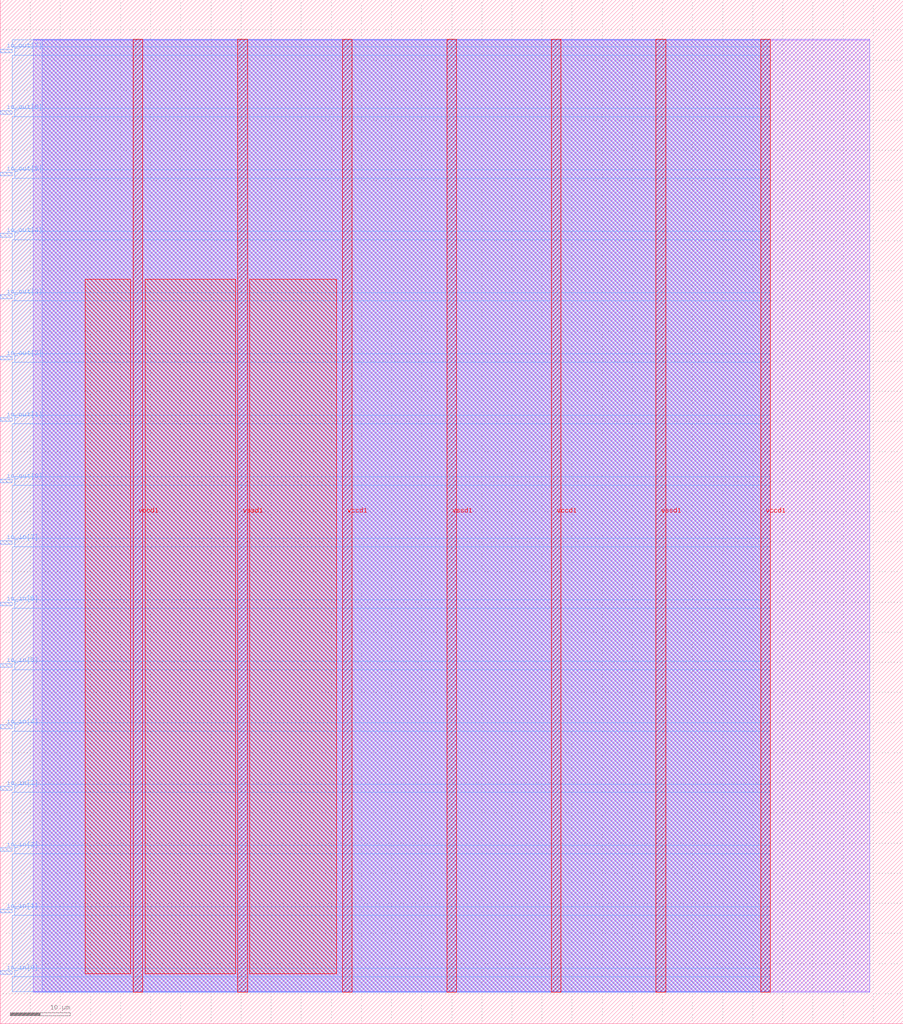
<source format=lef>
VERSION 5.7 ;
  NOWIREEXTENSIONATPIN ON ;
  DIVIDERCHAR "/" ;
  BUSBITCHARS "[]" ;
MACRO user_module_341628725785264722
  CLASS BLOCK ;
  FOREIGN user_module_341628725785264722 ;
  ORIGIN 0.000 0.000 ;
  SIZE 150.000 BY 170.000 ;
  PIN io_in[0]
    DIRECTION INPUT ;
    USE SIGNAL ;
    PORT
      LAYER met3 ;
        RECT 0.000 8.200 2.000 8.800 ;
    END
  END io_in[0]
  PIN io_in[1]
    DIRECTION INPUT ;
    USE SIGNAL ;
    PORT
      LAYER met3 ;
        RECT 0.000 18.400 2.000 19.000 ;
    END
  END io_in[1]
  PIN io_in[2]
    DIRECTION INPUT ;
    USE SIGNAL ;
    PORT
      LAYER met3 ;
        RECT 0.000 28.600 2.000 29.200 ;
    END
  END io_in[2]
  PIN io_in[3]
    DIRECTION INPUT ;
    USE SIGNAL ;
    PORT
      LAYER met3 ;
        RECT 0.000 38.800 2.000 39.400 ;
    END
  END io_in[3]
  PIN io_in[4]
    DIRECTION INPUT ;
    USE SIGNAL ;
    PORT
      LAYER met3 ;
        RECT 0.000 49.000 2.000 49.600 ;
    END
  END io_in[4]
  PIN io_in[5]
    DIRECTION INPUT ;
    USE SIGNAL ;
    PORT
      LAYER met3 ;
        RECT 0.000 59.200 2.000 59.800 ;
    END
  END io_in[5]
  PIN io_in[6]
    DIRECTION INPUT ;
    USE SIGNAL ;
    PORT
      LAYER met3 ;
        RECT 0.000 69.400 2.000 70.000 ;
    END
  END io_in[6]
  PIN io_in[7]
    DIRECTION INPUT ;
    USE SIGNAL ;
    PORT
      LAYER met3 ;
        RECT 0.000 79.600 2.000 80.200 ;
    END
  END io_in[7]
  PIN io_out[0]
    DIRECTION OUTPUT TRISTATE ;
    USE SIGNAL ;
    PORT
      LAYER met3 ;
        RECT 0.000 89.800 2.000 90.400 ;
    END
  END io_out[0]
  PIN io_out[1]
    DIRECTION OUTPUT TRISTATE ;
    USE SIGNAL ;
    PORT
      LAYER met3 ;
        RECT 0.000 100.000 2.000 100.600 ;
    END
  END io_out[1]
  PIN io_out[2]
    DIRECTION OUTPUT TRISTATE ;
    USE SIGNAL ;
    PORT
      LAYER met3 ;
        RECT 0.000 110.200 2.000 110.800 ;
    END
  END io_out[2]
  PIN io_out[3]
    DIRECTION OUTPUT TRISTATE ;
    USE SIGNAL ;
    PORT
      LAYER met3 ;
        RECT 0.000 120.400 2.000 121.000 ;
    END
  END io_out[3]
  PIN io_out[4]
    DIRECTION OUTPUT TRISTATE ;
    USE SIGNAL ;
    PORT
      LAYER met3 ;
        RECT 0.000 130.600 2.000 131.200 ;
    END
  END io_out[4]
  PIN io_out[5]
    DIRECTION OUTPUT TRISTATE ;
    USE SIGNAL ;
    PORT
      LAYER met3 ;
        RECT 0.000 140.800 2.000 141.400 ;
    END
  END io_out[5]
  PIN io_out[6]
    DIRECTION OUTPUT TRISTATE ;
    USE SIGNAL ;
    PORT
      LAYER met3 ;
        RECT 0.000 151.000 2.000 151.600 ;
    END
  END io_out[6]
  PIN io_out[7]
    DIRECTION OUTPUT TRISTATE ;
    USE SIGNAL ;
    PORT
      LAYER met3 ;
        RECT 0.000 161.200 2.000 161.800 ;
    END
  END io_out[7]
  PIN vccd1
    DIRECTION INOUT ;
    USE POWER ;
    PORT
      LAYER met4 ;
        RECT 22.090 5.200 23.690 163.440 ;
    END
    PORT
      LAYER met4 ;
        RECT 56.830 5.200 58.430 163.440 ;
    END
    PORT
      LAYER met4 ;
        RECT 91.570 5.200 93.170 163.440 ;
    END
    PORT
      LAYER met4 ;
        RECT 126.310 5.200 127.910 163.440 ;
    END
  END vccd1
  PIN vssd1
    DIRECTION INOUT ;
    USE GROUND ;
    PORT
      LAYER met4 ;
        RECT 39.460 5.200 41.060 163.440 ;
    END
    PORT
      LAYER met4 ;
        RECT 74.200 5.200 75.800 163.440 ;
    END
    PORT
      LAYER met4 ;
        RECT 108.940 5.200 110.540 163.440 ;
    END
  END vssd1
  OBS
      LAYER li1 ;
        RECT 5.520 5.355 144.440 163.285 ;
      LAYER met1 ;
        RECT 5.520 5.200 144.440 163.440 ;
      LAYER met2 ;
        RECT 7.000 5.255 127.880 163.385 ;
      LAYER met3 ;
        RECT 2.000 162.200 127.900 163.365 ;
        RECT 2.400 160.800 127.900 162.200 ;
        RECT 2.000 152.000 127.900 160.800 ;
        RECT 2.400 150.600 127.900 152.000 ;
        RECT 2.000 141.800 127.900 150.600 ;
        RECT 2.400 140.400 127.900 141.800 ;
        RECT 2.000 131.600 127.900 140.400 ;
        RECT 2.400 130.200 127.900 131.600 ;
        RECT 2.000 121.400 127.900 130.200 ;
        RECT 2.400 120.000 127.900 121.400 ;
        RECT 2.000 111.200 127.900 120.000 ;
        RECT 2.400 109.800 127.900 111.200 ;
        RECT 2.000 101.000 127.900 109.800 ;
        RECT 2.400 99.600 127.900 101.000 ;
        RECT 2.000 90.800 127.900 99.600 ;
        RECT 2.400 89.400 127.900 90.800 ;
        RECT 2.000 80.600 127.900 89.400 ;
        RECT 2.400 79.200 127.900 80.600 ;
        RECT 2.000 70.400 127.900 79.200 ;
        RECT 2.400 69.000 127.900 70.400 ;
        RECT 2.000 60.200 127.900 69.000 ;
        RECT 2.400 58.800 127.900 60.200 ;
        RECT 2.000 50.000 127.900 58.800 ;
        RECT 2.400 48.600 127.900 50.000 ;
        RECT 2.000 39.800 127.900 48.600 ;
        RECT 2.400 38.400 127.900 39.800 ;
        RECT 2.000 29.600 127.900 38.400 ;
        RECT 2.400 28.200 127.900 29.600 ;
        RECT 2.000 19.400 127.900 28.200 ;
        RECT 2.400 18.000 127.900 19.400 ;
        RECT 2.000 9.200 127.900 18.000 ;
        RECT 2.400 7.800 127.900 9.200 ;
        RECT 2.000 5.275 127.900 7.800 ;
      LAYER met4 ;
        RECT 14.095 8.335 21.690 123.585 ;
        RECT 24.090 8.335 39.060 123.585 ;
        RECT 41.460 8.335 55.825 123.585 ;
  END
END user_module_341628725785264722
END LIBRARY


</source>
